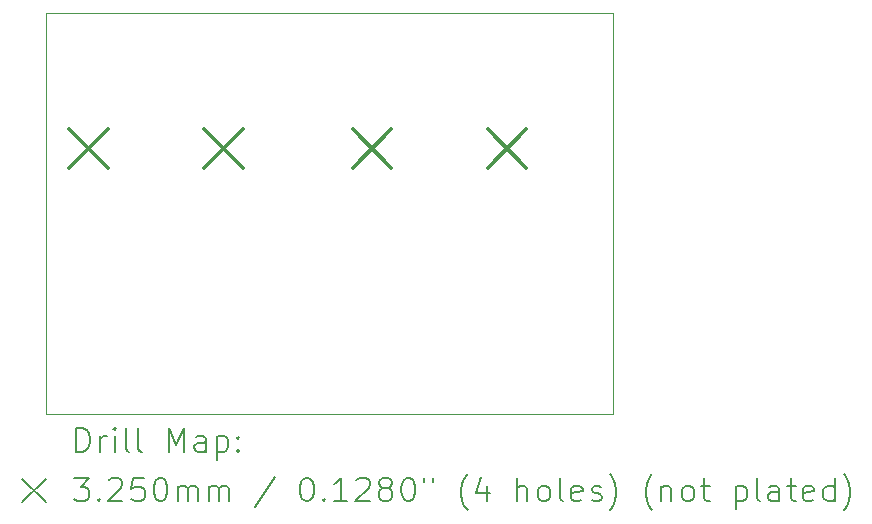
<source format=gbr>
%TF.GenerationSoftware,KiCad,Pcbnew,7.0.10*%
%TF.CreationDate,2025-01-30T23:53:41+01:00*%
%TF.ProjectId,DoublePanel_VCut,446f7562-6c65-4506-916e-656c5f564375,rev?*%
%TF.SameCoordinates,Original*%
%TF.FileFunction,Drillmap*%
%TF.FilePolarity,Positive*%
%FSLAX45Y45*%
G04 Gerber Fmt 4.5, Leading zero omitted, Abs format (unit mm)*
G04 Created by KiCad (PCBNEW 7.0.10) date 2025-01-30 23:53:41*
%MOMM*%
%LPD*%
G01*
G04 APERTURE LIST*
%ADD10C,0.100000*%
%ADD11C,0.200000*%
%ADD12C,0.325000*%
G04 APERTURE END LIST*
D10*
X17250000Y-5399386D02*
X17250000Y-2000614D01*
X17250000Y-2000611D02*
X17249988Y-2000110D01*
X12450012Y-2000110D02*
X12450000Y-2000611D01*
X12450614Y-5400000D02*
X17249386Y-5400000D01*
X17249389Y-5400000D02*
X17249890Y-5399988D01*
X12450000Y-5399389D02*
X12450012Y-5399890D01*
X12450611Y-2000000D02*
X12450110Y-2000012D01*
X12450110Y-5399988D02*
X12450611Y-5400000D01*
X17249988Y-5399890D02*
X17250000Y-5399389D01*
X12450000Y-2000614D02*
X12450000Y-5399386D01*
X17249386Y-2000000D02*
X12450614Y-2000000D01*
X17249890Y-2000012D02*
X17249389Y-2000000D01*
D11*
D12*
X12644500Y-2987500D02*
X12969500Y-3312500D01*
X12969500Y-2987500D02*
X12644500Y-3312500D01*
X13787500Y-2987500D02*
X14112500Y-3312500D01*
X14112500Y-2987500D02*
X13787500Y-3312500D01*
X15044500Y-2987500D02*
X15369500Y-3312500D01*
X15369500Y-2987500D02*
X15044500Y-3312500D01*
X16187500Y-2987500D02*
X16512500Y-3312500D01*
X16512500Y-2987500D02*
X16187500Y-3312500D01*
D11*
X12705777Y-5716484D02*
X12705777Y-5516484D01*
X12705777Y-5516484D02*
X12753396Y-5516484D01*
X12753396Y-5516484D02*
X12781967Y-5526008D01*
X12781967Y-5526008D02*
X12801015Y-5545055D01*
X12801015Y-5545055D02*
X12810539Y-5564103D01*
X12810539Y-5564103D02*
X12820062Y-5602198D01*
X12820062Y-5602198D02*
X12820062Y-5630769D01*
X12820062Y-5630769D02*
X12810539Y-5668865D01*
X12810539Y-5668865D02*
X12801015Y-5687912D01*
X12801015Y-5687912D02*
X12781967Y-5706960D01*
X12781967Y-5706960D02*
X12753396Y-5716484D01*
X12753396Y-5716484D02*
X12705777Y-5716484D01*
X12905777Y-5716484D02*
X12905777Y-5583150D01*
X12905777Y-5621246D02*
X12915301Y-5602198D01*
X12915301Y-5602198D02*
X12924824Y-5592674D01*
X12924824Y-5592674D02*
X12943872Y-5583150D01*
X12943872Y-5583150D02*
X12962920Y-5583150D01*
X13029586Y-5716484D02*
X13029586Y-5583150D01*
X13029586Y-5516484D02*
X13020062Y-5526008D01*
X13020062Y-5526008D02*
X13029586Y-5535531D01*
X13029586Y-5535531D02*
X13039110Y-5526008D01*
X13039110Y-5526008D02*
X13029586Y-5516484D01*
X13029586Y-5516484D02*
X13029586Y-5535531D01*
X13153396Y-5716484D02*
X13134348Y-5706960D01*
X13134348Y-5706960D02*
X13124824Y-5687912D01*
X13124824Y-5687912D02*
X13124824Y-5516484D01*
X13258158Y-5716484D02*
X13239110Y-5706960D01*
X13239110Y-5706960D02*
X13229586Y-5687912D01*
X13229586Y-5687912D02*
X13229586Y-5516484D01*
X13486729Y-5716484D02*
X13486729Y-5516484D01*
X13486729Y-5516484D02*
X13553396Y-5659341D01*
X13553396Y-5659341D02*
X13620062Y-5516484D01*
X13620062Y-5516484D02*
X13620062Y-5716484D01*
X13801015Y-5716484D02*
X13801015Y-5611722D01*
X13801015Y-5611722D02*
X13791491Y-5592674D01*
X13791491Y-5592674D02*
X13772443Y-5583150D01*
X13772443Y-5583150D02*
X13734348Y-5583150D01*
X13734348Y-5583150D02*
X13715301Y-5592674D01*
X13801015Y-5706960D02*
X13781967Y-5716484D01*
X13781967Y-5716484D02*
X13734348Y-5716484D01*
X13734348Y-5716484D02*
X13715301Y-5706960D01*
X13715301Y-5706960D02*
X13705777Y-5687912D01*
X13705777Y-5687912D02*
X13705777Y-5668865D01*
X13705777Y-5668865D02*
X13715301Y-5649817D01*
X13715301Y-5649817D02*
X13734348Y-5640293D01*
X13734348Y-5640293D02*
X13781967Y-5640293D01*
X13781967Y-5640293D02*
X13801015Y-5630769D01*
X13896253Y-5583150D02*
X13896253Y-5783150D01*
X13896253Y-5592674D02*
X13915301Y-5583150D01*
X13915301Y-5583150D02*
X13953396Y-5583150D01*
X13953396Y-5583150D02*
X13972443Y-5592674D01*
X13972443Y-5592674D02*
X13981967Y-5602198D01*
X13981967Y-5602198D02*
X13991491Y-5621246D01*
X13991491Y-5621246D02*
X13991491Y-5678388D01*
X13991491Y-5678388D02*
X13981967Y-5697436D01*
X13981967Y-5697436D02*
X13972443Y-5706960D01*
X13972443Y-5706960D02*
X13953396Y-5716484D01*
X13953396Y-5716484D02*
X13915301Y-5716484D01*
X13915301Y-5716484D02*
X13896253Y-5706960D01*
X14077205Y-5697436D02*
X14086729Y-5706960D01*
X14086729Y-5706960D02*
X14077205Y-5716484D01*
X14077205Y-5716484D02*
X14067682Y-5706960D01*
X14067682Y-5706960D02*
X14077205Y-5697436D01*
X14077205Y-5697436D02*
X14077205Y-5716484D01*
X14077205Y-5592674D02*
X14086729Y-5602198D01*
X14086729Y-5602198D02*
X14077205Y-5611722D01*
X14077205Y-5611722D02*
X14067682Y-5602198D01*
X14067682Y-5602198D02*
X14077205Y-5592674D01*
X14077205Y-5592674D02*
X14077205Y-5611722D01*
X12245000Y-5945000D02*
X12445000Y-6145000D01*
X12445000Y-5945000D02*
X12245000Y-6145000D01*
X12686729Y-5936484D02*
X12810539Y-5936484D01*
X12810539Y-5936484D02*
X12743872Y-6012674D01*
X12743872Y-6012674D02*
X12772443Y-6012674D01*
X12772443Y-6012674D02*
X12791491Y-6022198D01*
X12791491Y-6022198D02*
X12801015Y-6031722D01*
X12801015Y-6031722D02*
X12810539Y-6050769D01*
X12810539Y-6050769D02*
X12810539Y-6098388D01*
X12810539Y-6098388D02*
X12801015Y-6117436D01*
X12801015Y-6117436D02*
X12791491Y-6126960D01*
X12791491Y-6126960D02*
X12772443Y-6136484D01*
X12772443Y-6136484D02*
X12715301Y-6136484D01*
X12715301Y-6136484D02*
X12696253Y-6126960D01*
X12696253Y-6126960D02*
X12686729Y-6117436D01*
X12896253Y-6117436D02*
X12905777Y-6126960D01*
X12905777Y-6126960D02*
X12896253Y-6136484D01*
X12896253Y-6136484D02*
X12886729Y-6126960D01*
X12886729Y-6126960D02*
X12896253Y-6117436D01*
X12896253Y-6117436D02*
X12896253Y-6136484D01*
X12981967Y-5955531D02*
X12991491Y-5946008D01*
X12991491Y-5946008D02*
X13010539Y-5936484D01*
X13010539Y-5936484D02*
X13058158Y-5936484D01*
X13058158Y-5936484D02*
X13077205Y-5946008D01*
X13077205Y-5946008D02*
X13086729Y-5955531D01*
X13086729Y-5955531D02*
X13096253Y-5974579D01*
X13096253Y-5974579D02*
X13096253Y-5993627D01*
X13096253Y-5993627D02*
X13086729Y-6022198D01*
X13086729Y-6022198D02*
X12972443Y-6136484D01*
X12972443Y-6136484D02*
X13096253Y-6136484D01*
X13277205Y-5936484D02*
X13181967Y-5936484D01*
X13181967Y-5936484D02*
X13172443Y-6031722D01*
X13172443Y-6031722D02*
X13181967Y-6022198D01*
X13181967Y-6022198D02*
X13201015Y-6012674D01*
X13201015Y-6012674D02*
X13248634Y-6012674D01*
X13248634Y-6012674D02*
X13267682Y-6022198D01*
X13267682Y-6022198D02*
X13277205Y-6031722D01*
X13277205Y-6031722D02*
X13286729Y-6050769D01*
X13286729Y-6050769D02*
X13286729Y-6098388D01*
X13286729Y-6098388D02*
X13277205Y-6117436D01*
X13277205Y-6117436D02*
X13267682Y-6126960D01*
X13267682Y-6126960D02*
X13248634Y-6136484D01*
X13248634Y-6136484D02*
X13201015Y-6136484D01*
X13201015Y-6136484D02*
X13181967Y-6126960D01*
X13181967Y-6126960D02*
X13172443Y-6117436D01*
X13410539Y-5936484D02*
X13429586Y-5936484D01*
X13429586Y-5936484D02*
X13448634Y-5946008D01*
X13448634Y-5946008D02*
X13458158Y-5955531D01*
X13458158Y-5955531D02*
X13467682Y-5974579D01*
X13467682Y-5974579D02*
X13477205Y-6012674D01*
X13477205Y-6012674D02*
X13477205Y-6060293D01*
X13477205Y-6060293D02*
X13467682Y-6098388D01*
X13467682Y-6098388D02*
X13458158Y-6117436D01*
X13458158Y-6117436D02*
X13448634Y-6126960D01*
X13448634Y-6126960D02*
X13429586Y-6136484D01*
X13429586Y-6136484D02*
X13410539Y-6136484D01*
X13410539Y-6136484D02*
X13391491Y-6126960D01*
X13391491Y-6126960D02*
X13381967Y-6117436D01*
X13381967Y-6117436D02*
X13372443Y-6098388D01*
X13372443Y-6098388D02*
X13362920Y-6060293D01*
X13362920Y-6060293D02*
X13362920Y-6012674D01*
X13362920Y-6012674D02*
X13372443Y-5974579D01*
X13372443Y-5974579D02*
X13381967Y-5955531D01*
X13381967Y-5955531D02*
X13391491Y-5946008D01*
X13391491Y-5946008D02*
X13410539Y-5936484D01*
X13562920Y-6136484D02*
X13562920Y-6003150D01*
X13562920Y-6022198D02*
X13572443Y-6012674D01*
X13572443Y-6012674D02*
X13591491Y-6003150D01*
X13591491Y-6003150D02*
X13620063Y-6003150D01*
X13620063Y-6003150D02*
X13639110Y-6012674D01*
X13639110Y-6012674D02*
X13648634Y-6031722D01*
X13648634Y-6031722D02*
X13648634Y-6136484D01*
X13648634Y-6031722D02*
X13658158Y-6012674D01*
X13658158Y-6012674D02*
X13677205Y-6003150D01*
X13677205Y-6003150D02*
X13705777Y-6003150D01*
X13705777Y-6003150D02*
X13724824Y-6012674D01*
X13724824Y-6012674D02*
X13734348Y-6031722D01*
X13734348Y-6031722D02*
X13734348Y-6136484D01*
X13829586Y-6136484D02*
X13829586Y-6003150D01*
X13829586Y-6022198D02*
X13839110Y-6012674D01*
X13839110Y-6012674D02*
X13858158Y-6003150D01*
X13858158Y-6003150D02*
X13886729Y-6003150D01*
X13886729Y-6003150D02*
X13905777Y-6012674D01*
X13905777Y-6012674D02*
X13915301Y-6031722D01*
X13915301Y-6031722D02*
X13915301Y-6136484D01*
X13915301Y-6031722D02*
X13924824Y-6012674D01*
X13924824Y-6012674D02*
X13943872Y-6003150D01*
X13943872Y-6003150D02*
X13972443Y-6003150D01*
X13972443Y-6003150D02*
X13991491Y-6012674D01*
X13991491Y-6012674D02*
X14001015Y-6031722D01*
X14001015Y-6031722D02*
X14001015Y-6136484D01*
X14391491Y-5926960D02*
X14220063Y-6184103D01*
X14648634Y-5936484D02*
X14667682Y-5936484D01*
X14667682Y-5936484D02*
X14686729Y-5946008D01*
X14686729Y-5946008D02*
X14696253Y-5955531D01*
X14696253Y-5955531D02*
X14705777Y-5974579D01*
X14705777Y-5974579D02*
X14715301Y-6012674D01*
X14715301Y-6012674D02*
X14715301Y-6060293D01*
X14715301Y-6060293D02*
X14705777Y-6098388D01*
X14705777Y-6098388D02*
X14696253Y-6117436D01*
X14696253Y-6117436D02*
X14686729Y-6126960D01*
X14686729Y-6126960D02*
X14667682Y-6136484D01*
X14667682Y-6136484D02*
X14648634Y-6136484D01*
X14648634Y-6136484D02*
X14629586Y-6126960D01*
X14629586Y-6126960D02*
X14620063Y-6117436D01*
X14620063Y-6117436D02*
X14610539Y-6098388D01*
X14610539Y-6098388D02*
X14601015Y-6060293D01*
X14601015Y-6060293D02*
X14601015Y-6012674D01*
X14601015Y-6012674D02*
X14610539Y-5974579D01*
X14610539Y-5974579D02*
X14620063Y-5955531D01*
X14620063Y-5955531D02*
X14629586Y-5946008D01*
X14629586Y-5946008D02*
X14648634Y-5936484D01*
X14801015Y-6117436D02*
X14810539Y-6126960D01*
X14810539Y-6126960D02*
X14801015Y-6136484D01*
X14801015Y-6136484D02*
X14791491Y-6126960D01*
X14791491Y-6126960D02*
X14801015Y-6117436D01*
X14801015Y-6117436D02*
X14801015Y-6136484D01*
X15001015Y-6136484D02*
X14886729Y-6136484D01*
X14943872Y-6136484D02*
X14943872Y-5936484D01*
X14943872Y-5936484D02*
X14924825Y-5965055D01*
X14924825Y-5965055D02*
X14905777Y-5984103D01*
X14905777Y-5984103D02*
X14886729Y-5993627D01*
X15077206Y-5955531D02*
X15086729Y-5946008D01*
X15086729Y-5946008D02*
X15105777Y-5936484D01*
X15105777Y-5936484D02*
X15153396Y-5936484D01*
X15153396Y-5936484D02*
X15172444Y-5946008D01*
X15172444Y-5946008D02*
X15181967Y-5955531D01*
X15181967Y-5955531D02*
X15191491Y-5974579D01*
X15191491Y-5974579D02*
X15191491Y-5993627D01*
X15191491Y-5993627D02*
X15181967Y-6022198D01*
X15181967Y-6022198D02*
X15067682Y-6136484D01*
X15067682Y-6136484D02*
X15191491Y-6136484D01*
X15305777Y-6022198D02*
X15286729Y-6012674D01*
X15286729Y-6012674D02*
X15277206Y-6003150D01*
X15277206Y-6003150D02*
X15267682Y-5984103D01*
X15267682Y-5984103D02*
X15267682Y-5974579D01*
X15267682Y-5974579D02*
X15277206Y-5955531D01*
X15277206Y-5955531D02*
X15286729Y-5946008D01*
X15286729Y-5946008D02*
X15305777Y-5936484D01*
X15305777Y-5936484D02*
X15343872Y-5936484D01*
X15343872Y-5936484D02*
X15362920Y-5946008D01*
X15362920Y-5946008D02*
X15372444Y-5955531D01*
X15372444Y-5955531D02*
X15381967Y-5974579D01*
X15381967Y-5974579D02*
X15381967Y-5984103D01*
X15381967Y-5984103D02*
X15372444Y-6003150D01*
X15372444Y-6003150D02*
X15362920Y-6012674D01*
X15362920Y-6012674D02*
X15343872Y-6022198D01*
X15343872Y-6022198D02*
X15305777Y-6022198D01*
X15305777Y-6022198D02*
X15286729Y-6031722D01*
X15286729Y-6031722D02*
X15277206Y-6041246D01*
X15277206Y-6041246D02*
X15267682Y-6060293D01*
X15267682Y-6060293D02*
X15267682Y-6098388D01*
X15267682Y-6098388D02*
X15277206Y-6117436D01*
X15277206Y-6117436D02*
X15286729Y-6126960D01*
X15286729Y-6126960D02*
X15305777Y-6136484D01*
X15305777Y-6136484D02*
X15343872Y-6136484D01*
X15343872Y-6136484D02*
X15362920Y-6126960D01*
X15362920Y-6126960D02*
X15372444Y-6117436D01*
X15372444Y-6117436D02*
X15381967Y-6098388D01*
X15381967Y-6098388D02*
X15381967Y-6060293D01*
X15381967Y-6060293D02*
X15372444Y-6041246D01*
X15372444Y-6041246D02*
X15362920Y-6031722D01*
X15362920Y-6031722D02*
X15343872Y-6022198D01*
X15505777Y-5936484D02*
X15524825Y-5936484D01*
X15524825Y-5936484D02*
X15543872Y-5946008D01*
X15543872Y-5946008D02*
X15553396Y-5955531D01*
X15553396Y-5955531D02*
X15562920Y-5974579D01*
X15562920Y-5974579D02*
X15572444Y-6012674D01*
X15572444Y-6012674D02*
X15572444Y-6060293D01*
X15572444Y-6060293D02*
X15562920Y-6098388D01*
X15562920Y-6098388D02*
X15553396Y-6117436D01*
X15553396Y-6117436D02*
X15543872Y-6126960D01*
X15543872Y-6126960D02*
X15524825Y-6136484D01*
X15524825Y-6136484D02*
X15505777Y-6136484D01*
X15505777Y-6136484D02*
X15486729Y-6126960D01*
X15486729Y-6126960D02*
X15477206Y-6117436D01*
X15477206Y-6117436D02*
X15467682Y-6098388D01*
X15467682Y-6098388D02*
X15458158Y-6060293D01*
X15458158Y-6060293D02*
X15458158Y-6012674D01*
X15458158Y-6012674D02*
X15467682Y-5974579D01*
X15467682Y-5974579D02*
X15477206Y-5955531D01*
X15477206Y-5955531D02*
X15486729Y-5946008D01*
X15486729Y-5946008D02*
X15505777Y-5936484D01*
X15648634Y-5936484D02*
X15648634Y-5974579D01*
X15724825Y-5936484D02*
X15724825Y-5974579D01*
X16020063Y-6212674D02*
X16010539Y-6203150D01*
X16010539Y-6203150D02*
X15991491Y-6174579D01*
X15991491Y-6174579D02*
X15981968Y-6155531D01*
X15981968Y-6155531D02*
X15972444Y-6126960D01*
X15972444Y-6126960D02*
X15962920Y-6079341D01*
X15962920Y-6079341D02*
X15962920Y-6041246D01*
X15962920Y-6041246D02*
X15972444Y-5993627D01*
X15972444Y-5993627D02*
X15981968Y-5965055D01*
X15981968Y-5965055D02*
X15991491Y-5946008D01*
X15991491Y-5946008D02*
X16010539Y-5917436D01*
X16010539Y-5917436D02*
X16020063Y-5907912D01*
X16181968Y-6003150D02*
X16181968Y-6136484D01*
X16134348Y-5926960D02*
X16086729Y-6069817D01*
X16086729Y-6069817D02*
X16210539Y-6069817D01*
X16439110Y-6136484D02*
X16439110Y-5936484D01*
X16524825Y-6136484D02*
X16524825Y-6031722D01*
X16524825Y-6031722D02*
X16515301Y-6012674D01*
X16515301Y-6012674D02*
X16496253Y-6003150D01*
X16496253Y-6003150D02*
X16467682Y-6003150D01*
X16467682Y-6003150D02*
X16448634Y-6012674D01*
X16448634Y-6012674D02*
X16439110Y-6022198D01*
X16648634Y-6136484D02*
X16629587Y-6126960D01*
X16629587Y-6126960D02*
X16620063Y-6117436D01*
X16620063Y-6117436D02*
X16610539Y-6098388D01*
X16610539Y-6098388D02*
X16610539Y-6041246D01*
X16610539Y-6041246D02*
X16620063Y-6022198D01*
X16620063Y-6022198D02*
X16629587Y-6012674D01*
X16629587Y-6012674D02*
X16648634Y-6003150D01*
X16648634Y-6003150D02*
X16677206Y-6003150D01*
X16677206Y-6003150D02*
X16696253Y-6012674D01*
X16696253Y-6012674D02*
X16705777Y-6022198D01*
X16705777Y-6022198D02*
X16715301Y-6041246D01*
X16715301Y-6041246D02*
X16715301Y-6098388D01*
X16715301Y-6098388D02*
X16705777Y-6117436D01*
X16705777Y-6117436D02*
X16696253Y-6126960D01*
X16696253Y-6126960D02*
X16677206Y-6136484D01*
X16677206Y-6136484D02*
X16648634Y-6136484D01*
X16829587Y-6136484D02*
X16810539Y-6126960D01*
X16810539Y-6126960D02*
X16801015Y-6107912D01*
X16801015Y-6107912D02*
X16801015Y-5936484D01*
X16981968Y-6126960D02*
X16962920Y-6136484D01*
X16962920Y-6136484D02*
X16924825Y-6136484D01*
X16924825Y-6136484D02*
X16905777Y-6126960D01*
X16905777Y-6126960D02*
X16896253Y-6107912D01*
X16896253Y-6107912D02*
X16896253Y-6031722D01*
X16896253Y-6031722D02*
X16905777Y-6012674D01*
X16905777Y-6012674D02*
X16924825Y-6003150D01*
X16924825Y-6003150D02*
X16962920Y-6003150D01*
X16962920Y-6003150D02*
X16981968Y-6012674D01*
X16981968Y-6012674D02*
X16991492Y-6031722D01*
X16991492Y-6031722D02*
X16991492Y-6050769D01*
X16991492Y-6050769D02*
X16896253Y-6069817D01*
X17067682Y-6126960D02*
X17086730Y-6136484D01*
X17086730Y-6136484D02*
X17124825Y-6136484D01*
X17124825Y-6136484D02*
X17143873Y-6126960D01*
X17143873Y-6126960D02*
X17153396Y-6107912D01*
X17153396Y-6107912D02*
X17153396Y-6098388D01*
X17153396Y-6098388D02*
X17143873Y-6079341D01*
X17143873Y-6079341D02*
X17124825Y-6069817D01*
X17124825Y-6069817D02*
X17096253Y-6069817D01*
X17096253Y-6069817D02*
X17077206Y-6060293D01*
X17077206Y-6060293D02*
X17067682Y-6041246D01*
X17067682Y-6041246D02*
X17067682Y-6031722D01*
X17067682Y-6031722D02*
X17077206Y-6012674D01*
X17077206Y-6012674D02*
X17096253Y-6003150D01*
X17096253Y-6003150D02*
X17124825Y-6003150D01*
X17124825Y-6003150D02*
X17143873Y-6012674D01*
X17220063Y-6212674D02*
X17229587Y-6203150D01*
X17229587Y-6203150D02*
X17248634Y-6174579D01*
X17248634Y-6174579D02*
X17258158Y-6155531D01*
X17258158Y-6155531D02*
X17267682Y-6126960D01*
X17267682Y-6126960D02*
X17277206Y-6079341D01*
X17277206Y-6079341D02*
X17277206Y-6041246D01*
X17277206Y-6041246D02*
X17267682Y-5993627D01*
X17267682Y-5993627D02*
X17258158Y-5965055D01*
X17258158Y-5965055D02*
X17248634Y-5946008D01*
X17248634Y-5946008D02*
X17229587Y-5917436D01*
X17229587Y-5917436D02*
X17220063Y-5907912D01*
X17581968Y-6212674D02*
X17572444Y-6203150D01*
X17572444Y-6203150D02*
X17553396Y-6174579D01*
X17553396Y-6174579D02*
X17543873Y-6155531D01*
X17543873Y-6155531D02*
X17534349Y-6126960D01*
X17534349Y-6126960D02*
X17524825Y-6079341D01*
X17524825Y-6079341D02*
X17524825Y-6041246D01*
X17524825Y-6041246D02*
X17534349Y-5993627D01*
X17534349Y-5993627D02*
X17543873Y-5965055D01*
X17543873Y-5965055D02*
X17553396Y-5946008D01*
X17553396Y-5946008D02*
X17572444Y-5917436D01*
X17572444Y-5917436D02*
X17581968Y-5907912D01*
X17658158Y-6003150D02*
X17658158Y-6136484D01*
X17658158Y-6022198D02*
X17667682Y-6012674D01*
X17667682Y-6012674D02*
X17686730Y-6003150D01*
X17686730Y-6003150D02*
X17715301Y-6003150D01*
X17715301Y-6003150D02*
X17734349Y-6012674D01*
X17734349Y-6012674D02*
X17743873Y-6031722D01*
X17743873Y-6031722D02*
X17743873Y-6136484D01*
X17867682Y-6136484D02*
X17848634Y-6126960D01*
X17848634Y-6126960D02*
X17839111Y-6117436D01*
X17839111Y-6117436D02*
X17829587Y-6098388D01*
X17829587Y-6098388D02*
X17829587Y-6041246D01*
X17829587Y-6041246D02*
X17839111Y-6022198D01*
X17839111Y-6022198D02*
X17848634Y-6012674D01*
X17848634Y-6012674D02*
X17867682Y-6003150D01*
X17867682Y-6003150D02*
X17896254Y-6003150D01*
X17896254Y-6003150D02*
X17915301Y-6012674D01*
X17915301Y-6012674D02*
X17924825Y-6022198D01*
X17924825Y-6022198D02*
X17934349Y-6041246D01*
X17934349Y-6041246D02*
X17934349Y-6098388D01*
X17934349Y-6098388D02*
X17924825Y-6117436D01*
X17924825Y-6117436D02*
X17915301Y-6126960D01*
X17915301Y-6126960D02*
X17896254Y-6136484D01*
X17896254Y-6136484D02*
X17867682Y-6136484D01*
X17991492Y-6003150D02*
X18067682Y-6003150D01*
X18020063Y-5936484D02*
X18020063Y-6107912D01*
X18020063Y-6107912D02*
X18029587Y-6126960D01*
X18029587Y-6126960D02*
X18048634Y-6136484D01*
X18048634Y-6136484D02*
X18067682Y-6136484D01*
X18286730Y-6003150D02*
X18286730Y-6203150D01*
X18286730Y-6012674D02*
X18305777Y-6003150D01*
X18305777Y-6003150D02*
X18343873Y-6003150D01*
X18343873Y-6003150D02*
X18362920Y-6012674D01*
X18362920Y-6012674D02*
X18372444Y-6022198D01*
X18372444Y-6022198D02*
X18381968Y-6041246D01*
X18381968Y-6041246D02*
X18381968Y-6098388D01*
X18381968Y-6098388D02*
X18372444Y-6117436D01*
X18372444Y-6117436D02*
X18362920Y-6126960D01*
X18362920Y-6126960D02*
X18343873Y-6136484D01*
X18343873Y-6136484D02*
X18305777Y-6136484D01*
X18305777Y-6136484D02*
X18286730Y-6126960D01*
X18496254Y-6136484D02*
X18477206Y-6126960D01*
X18477206Y-6126960D02*
X18467682Y-6107912D01*
X18467682Y-6107912D02*
X18467682Y-5936484D01*
X18658158Y-6136484D02*
X18658158Y-6031722D01*
X18658158Y-6031722D02*
X18648635Y-6012674D01*
X18648635Y-6012674D02*
X18629587Y-6003150D01*
X18629587Y-6003150D02*
X18591492Y-6003150D01*
X18591492Y-6003150D02*
X18572444Y-6012674D01*
X18658158Y-6126960D02*
X18639111Y-6136484D01*
X18639111Y-6136484D02*
X18591492Y-6136484D01*
X18591492Y-6136484D02*
X18572444Y-6126960D01*
X18572444Y-6126960D02*
X18562920Y-6107912D01*
X18562920Y-6107912D02*
X18562920Y-6088865D01*
X18562920Y-6088865D02*
X18572444Y-6069817D01*
X18572444Y-6069817D02*
X18591492Y-6060293D01*
X18591492Y-6060293D02*
X18639111Y-6060293D01*
X18639111Y-6060293D02*
X18658158Y-6050769D01*
X18724825Y-6003150D02*
X18801015Y-6003150D01*
X18753396Y-5936484D02*
X18753396Y-6107912D01*
X18753396Y-6107912D02*
X18762920Y-6126960D01*
X18762920Y-6126960D02*
X18781968Y-6136484D01*
X18781968Y-6136484D02*
X18801015Y-6136484D01*
X18943873Y-6126960D02*
X18924825Y-6136484D01*
X18924825Y-6136484D02*
X18886730Y-6136484D01*
X18886730Y-6136484D02*
X18867682Y-6126960D01*
X18867682Y-6126960D02*
X18858158Y-6107912D01*
X18858158Y-6107912D02*
X18858158Y-6031722D01*
X18858158Y-6031722D02*
X18867682Y-6012674D01*
X18867682Y-6012674D02*
X18886730Y-6003150D01*
X18886730Y-6003150D02*
X18924825Y-6003150D01*
X18924825Y-6003150D02*
X18943873Y-6012674D01*
X18943873Y-6012674D02*
X18953396Y-6031722D01*
X18953396Y-6031722D02*
X18953396Y-6050769D01*
X18953396Y-6050769D02*
X18858158Y-6069817D01*
X19124825Y-6136484D02*
X19124825Y-5936484D01*
X19124825Y-6126960D02*
X19105777Y-6136484D01*
X19105777Y-6136484D02*
X19067682Y-6136484D01*
X19067682Y-6136484D02*
X19048635Y-6126960D01*
X19048635Y-6126960D02*
X19039111Y-6117436D01*
X19039111Y-6117436D02*
X19029587Y-6098388D01*
X19029587Y-6098388D02*
X19029587Y-6041246D01*
X19029587Y-6041246D02*
X19039111Y-6022198D01*
X19039111Y-6022198D02*
X19048635Y-6012674D01*
X19048635Y-6012674D02*
X19067682Y-6003150D01*
X19067682Y-6003150D02*
X19105777Y-6003150D01*
X19105777Y-6003150D02*
X19124825Y-6012674D01*
X19201016Y-6212674D02*
X19210539Y-6203150D01*
X19210539Y-6203150D02*
X19229587Y-6174579D01*
X19229587Y-6174579D02*
X19239111Y-6155531D01*
X19239111Y-6155531D02*
X19248635Y-6126960D01*
X19248635Y-6126960D02*
X19258158Y-6079341D01*
X19258158Y-6079341D02*
X19258158Y-6041246D01*
X19258158Y-6041246D02*
X19248635Y-5993627D01*
X19248635Y-5993627D02*
X19239111Y-5965055D01*
X19239111Y-5965055D02*
X19229587Y-5946008D01*
X19229587Y-5946008D02*
X19210539Y-5917436D01*
X19210539Y-5917436D02*
X19201016Y-5907912D01*
M02*

</source>
